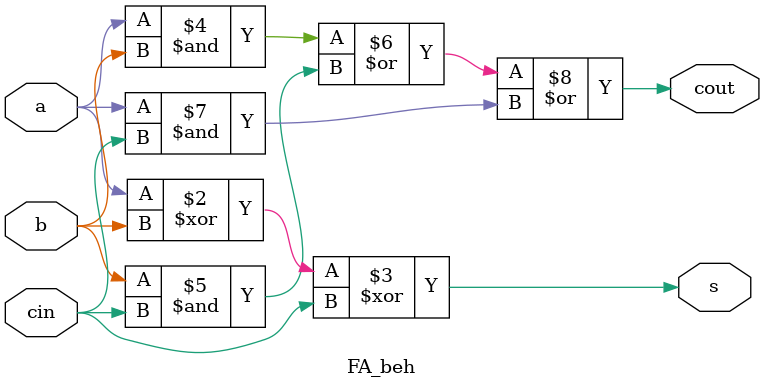
<source format=v>
`timescale 1ns / 1ps


module ra(
    input [3:0] a,b,
    output [3:0] s,
    output cout
    );
    wire c0,c1,c2;
FA_beh fa1(a[0],b[0],0,s[0],c0);
FA_beh fa2(a[1],b[1],c0,s[1],c1);
FA_beh fa3(a[2],b[2],c1,s[2],c2);
FA_beh fa4(a[3],b[3],c2,s[3],cout);
endmodule
module FA_beh(
    input a,b,cin,
    output reg s,cout
    );
    always @(*)
    begin
    s=a^b^cin;
    cout=(a&b)|(b&cin)|(a&cin);
    end
endmodule

</source>
